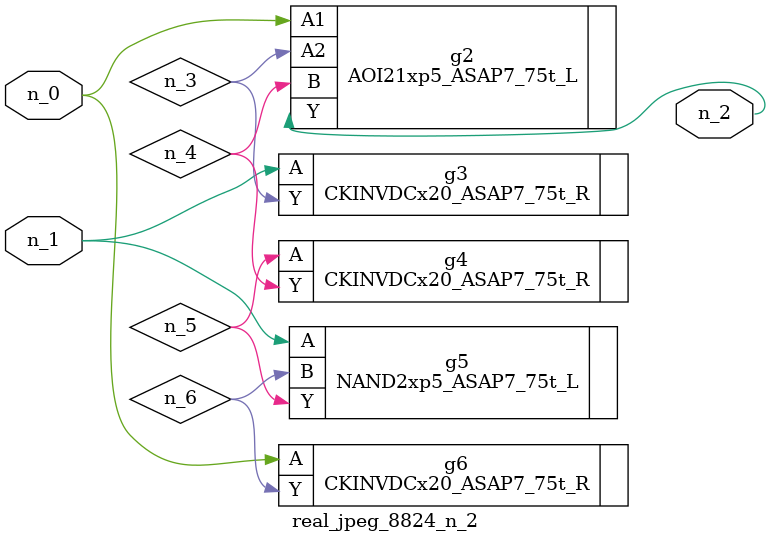
<source format=v>
module real_jpeg_8824_n_2 (n_1, n_0, n_2);

input n_1;
input n_0;

output n_2;

wire n_5;
wire n_4;
wire n_6;
wire n_3;

AOI21xp5_ASAP7_75t_L g2 ( 
.A1(n_0),
.A2(n_3),
.B(n_4),
.Y(n_2)
);

CKINVDCx20_ASAP7_75t_R g6 ( 
.A(n_0),
.Y(n_6)
);

CKINVDCx20_ASAP7_75t_R g3 ( 
.A(n_1),
.Y(n_3)
);

NAND2xp5_ASAP7_75t_L g5 ( 
.A(n_1),
.B(n_6),
.Y(n_5)
);

CKINVDCx20_ASAP7_75t_R g4 ( 
.A(n_5),
.Y(n_4)
);


endmodule
</source>
